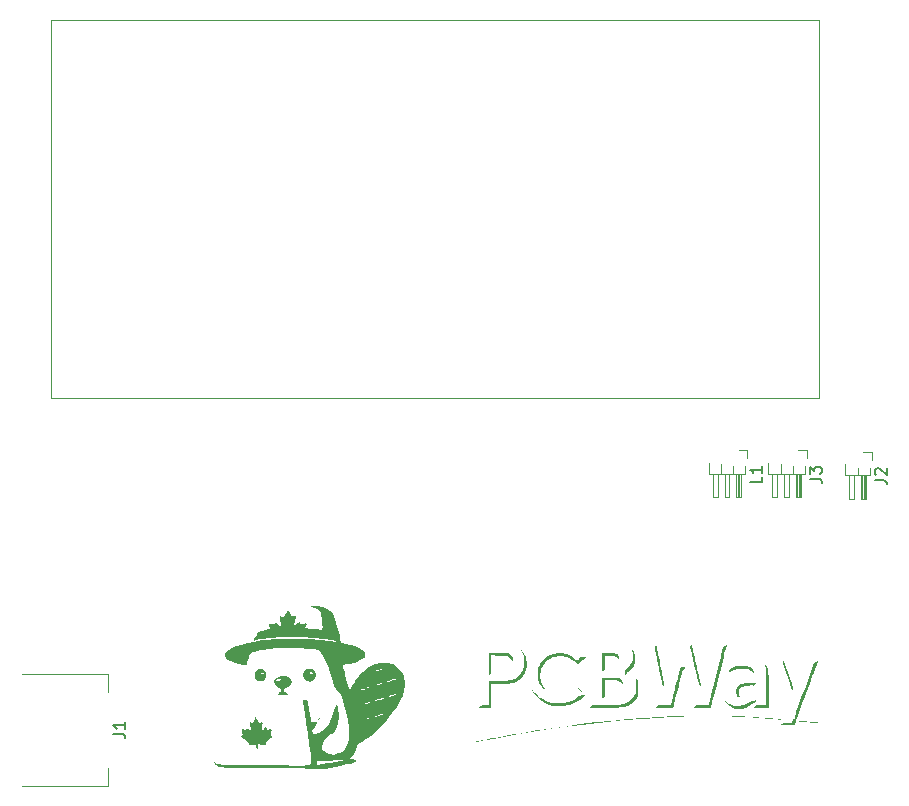
<source format=gbr>
%TF.GenerationSoftware,KiCad,Pcbnew,8.0.6-8.0.6-0~ubuntu22.04.1*%
%TF.CreationDate,2024-12-08T13:20:39-05:00*%
%TF.ProjectId,badge,62616467-652e-46b6-9963-61645f706362,rev?*%
%TF.SameCoordinates,Original*%
%TF.FileFunction,Legend,Top*%
%TF.FilePolarity,Positive*%
%FSLAX46Y46*%
G04 Gerber Fmt 4.6, Leading zero omitted, Abs format (unit mm)*
G04 Created by KiCad (PCBNEW 8.0.6-8.0.6-0~ubuntu22.04.1) date 2024-12-08 13:20:39*
%MOMM*%
%LPD*%
G01*
G04 APERTURE LIST*
%ADD10C,0.100000*%
%ADD11C,0.150000*%
%ADD12C,0.120000*%
%ADD13C,0.000000*%
G04 APERTURE END LIST*
D10*
X119000000Y-72500000D02*
X184000000Y-72500000D01*
X184000000Y-104500000D01*
X119000000Y-104500000D01*
X119000000Y-72500000D01*
D11*
X179171219Y-111155266D02*
X179171219Y-111631456D01*
X179171219Y-111631456D02*
X178171219Y-111631456D01*
X179171219Y-110298123D02*
X179171219Y-110869551D01*
X179171219Y-110583837D02*
X178171219Y-110583837D01*
X178171219Y-110583837D02*
X178314076Y-110679075D01*
X178314076Y-110679075D02*
X178409314Y-110774313D01*
X178409314Y-110774313D02*
X178456933Y-110869551D01*
X124261219Y-132946933D02*
X124975504Y-132946933D01*
X124975504Y-132946933D02*
X125118361Y-132994552D01*
X125118361Y-132994552D02*
X125213600Y-133089790D01*
X125213600Y-133089790D02*
X125261219Y-133232647D01*
X125261219Y-133232647D02*
X125261219Y-133327885D01*
X125261219Y-131946933D02*
X125261219Y-132518361D01*
X125261219Y-132232647D02*
X124261219Y-132232647D01*
X124261219Y-132232647D02*
X124404076Y-132327885D01*
X124404076Y-132327885D02*
X124499314Y-132423123D01*
X124499314Y-132423123D02*
X124546933Y-132518361D01*
X183221219Y-111321933D02*
X183935504Y-111321933D01*
X183935504Y-111321933D02*
X184078361Y-111369552D01*
X184078361Y-111369552D02*
X184173600Y-111464790D01*
X184173600Y-111464790D02*
X184221219Y-111607647D01*
X184221219Y-111607647D02*
X184221219Y-111702885D01*
X183221219Y-110940980D02*
X183221219Y-110321933D01*
X183221219Y-110321933D02*
X183602171Y-110655266D01*
X183602171Y-110655266D02*
X183602171Y-110512409D01*
X183602171Y-110512409D02*
X183649790Y-110417171D01*
X183649790Y-110417171D02*
X183697409Y-110369552D01*
X183697409Y-110369552D02*
X183792647Y-110321933D01*
X183792647Y-110321933D02*
X184030742Y-110321933D01*
X184030742Y-110321933D02*
X184125980Y-110369552D01*
X184125980Y-110369552D02*
X184173600Y-110417171D01*
X184173600Y-110417171D02*
X184221219Y-110512409D01*
X184221219Y-110512409D02*
X184221219Y-110798123D01*
X184221219Y-110798123D02*
X184173600Y-110893361D01*
X184173600Y-110893361D02*
X184125980Y-110940980D01*
X188721219Y-111446933D02*
X189435504Y-111446933D01*
X189435504Y-111446933D02*
X189578361Y-111494552D01*
X189578361Y-111494552D02*
X189673600Y-111589790D01*
X189673600Y-111589790D02*
X189721219Y-111732647D01*
X189721219Y-111732647D02*
X189721219Y-111827885D01*
X188816457Y-111018361D02*
X188768838Y-110970742D01*
X188768838Y-110970742D02*
X188721219Y-110875504D01*
X188721219Y-110875504D02*
X188721219Y-110637409D01*
X188721219Y-110637409D02*
X188768838Y-110542171D01*
X188768838Y-110542171D02*
X188816457Y-110494552D01*
X188816457Y-110494552D02*
X188911695Y-110446933D01*
X188911695Y-110446933D02*
X189006933Y-110446933D01*
X189006933Y-110446933D02*
X189149790Y-110494552D01*
X189149790Y-110494552D02*
X189721219Y-111065980D01*
X189721219Y-111065980D02*
X189721219Y-110446933D01*
D12*
%TO.C,L1*%
X174656400Y-110923600D02*
X174656400Y-110008093D01*
X175006400Y-112923600D02*
X175006400Y-110923600D01*
X175426400Y-110923600D02*
X175426400Y-112923600D01*
X175426400Y-112923600D02*
X175006400Y-112923600D01*
X175716400Y-110081815D02*
X175716400Y-110923600D01*
X176006400Y-112923600D02*
X176006400Y-110923600D01*
X176426400Y-110923600D02*
X176426400Y-112923600D01*
X176426400Y-112923600D02*
X176006400Y-112923600D01*
X176716400Y-110298600D02*
X176716400Y-110923600D01*
X177006400Y-112923600D02*
X177006400Y-110923600D01*
X177126400Y-110923600D02*
X177126400Y-112923600D01*
X177216400Y-108928600D02*
X177901400Y-108928600D01*
X177246400Y-110923600D02*
X177246400Y-112923600D01*
X177366400Y-110923600D02*
X177366400Y-112923600D01*
X177426400Y-110923600D02*
X177426400Y-112923600D01*
X177426400Y-112923600D02*
X177006400Y-112923600D01*
X177776400Y-110298600D02*
X177776400Y-110923600D01*
X177776400Y-110923600D02*
X174656400Y-110923600D01*
X177901400Y-108928600D02*
X177901400Y-109613600D01*
D13*
%TO.C,G\u002A\u002A\u002A*%
G36*
X141834647Y-131439901D02*
G01*
X141813793Y-131460755D01*
X141792939Y-131439901D01*
X141813793Y-131419047D01*
X141834647Y-131439901D01*
G37*
G36*
X136806505Y-127434343D02*
G01*
X136894014Y-127470094D01*
X137049687Y-127584864D01*
X137152161Y-127742931D01*
X137199713Y-127924866D01*
X137190618Y-128111240D01*
X137123150Y-128282625D01*
X136995585Y-128419591D01*
X136979297Y-128430752D01*
X136867570Y-128476182D01*
X136728636Y-128498908D01*
X136705452Y-128499507D01*
X136573634Y-128483465D01*
X136460264Y-128423928D01*
X136387068Y-128362524D01*
X136265479Y-128202304D01*
X136211766Y-128021056D01*
X136222105Y-127836808D01*
X136237038Y-127800998D01*
X136799365Y-127800998D01*
X136829406Y-127852659D01*
X136903782Y-127901718D01*
X136965672Y-127875112D01*
X136989207Y-127818174D01*
X136969896Y-127749988D01*
X136905410Y-127715552D01*
X136832200Y-127731424D01*
X136820343Y-127741462D01*
X136799365Y-127800998D01*
X136237038Y-127800998D01*
X136292673Y-127667588D01*
X136419645Y-127531422D01*
X136580277Y-127451646D01*
X136706622Y-127423501D01*
X136806505Y-127434343D01*
G37*
G36*
X141047578Y-127450143D02*
G01*
X141219932Y-127546312D01*
X141340534Y-127691619D01*
X141357518Y-127727488D01*
X141409571Y-127898048D01*
X141403150Y-128047996D01*
X141349866Y-128191644D01*
X141229316Y-128363307D01*
X141067707Y-128474761D01*
X140881775Y-128517772D01*
X140727826Y-128497684D01*
X140616137Y-128442361D01*
X140500023Y-128353135D01*
X140477579Y-128331041D01*
X140406415Y-128246189D01*
X140369220Y-128161373D01*
X140355442Y-128044172D01*
X140354023Y-127951363D01*
X140357913Y-127806879D01*
X140359106Y-127801359D01*
X140927781Y-127801359D01*
X140955260Y-127848791D01*
X141025819Y-127888791D01*
X141094560Y-127871446D01*
X141125615Y-127805859D01*
X141125615Y-127805559D01*
X141092411Y-127740979D01*
X141019843Y-127715008D01*
X140949407Y-127741462D01*
X140927781Y-127801359D01*
X140359106Y-127801359D01*
X140378134Y-127713349D01*
X140427508Y-127638388D01*
X140509814Y-127557879D01*
X140627209Y-127465141D01*
X140735449Y-127423347D01*
X140843476Y-127415262D01*
X141047578Y-127450143D01*
G37*
G36*
X138891724Y-128074181D02*
G01*
X139041161Y-128111383D01*
X139114397Y-128140209D01*
X139252263Y-128249867D01*
X139337541Y-128397019D01*
X139357055Y-128556792D01*
X139351827Y-128588432D01*
X139286979Y-128727467D01*
X139166251Y-128866539D01*
X139013875Y-128982430D01*
X138873804Y-129046514D01*
X138764598Y-129088233D01*
X138716197Y-129139187D01*
X138706568Y-129205294D01*
X138728825Y-129292317D01*
X138806409Y-129372042D01*
X138873399Y-129417077D01*
X138990955Y-129507562D01*
X139039420Y-129585388D01*
X139017750Y-129641475D01*
X138924896Y-129666745D01*
X138902224Y-129667323D01*
X138780024Y-129649826D01*
X138684360Y-129608929D01*
X138611233Y-129571804D01*
X138542192Y-129594795D01*
X138521131Y-129608929D01*
X138417346Y-129653386D01*
X138301634Y-129665287D01*
X138208744Y-129643632D01*
X138180955Y-129618712D01*
X138192602Y-129568839D01*
X138249214Y-129496500D01*
X138326569Y-129425823D01*
X138400444Y-129380938D01*
X138425041Y-129375576D01*
X138445827Y-129338950D01*
X138454482Y-129250024D01*
X138454428Y-129239819D01*
X138445087Y-129157948D01*
X138407408Y-129099253D01*
X138322701Y-129043084D01*
X138237401Y-129000000D01*
X138035831Y-128872754D01*
X137909514Y-128730287D01*
X137853844Y-128581481D01*
X137864217Y-128435215D01*
X137896001Y-128375529D01*
X138045456Y-128375529D01*
X138080323Y-128425658D01*
X138101192Y-128441654D01*
X138214781Y-128477565D01*
X138340694Y-128444508D01*
X138409122Y-128394764D01*
X138444029Y-128328904D01*
X138437941Y-128294971D01*
X138373418Y-128258531D01*
X138267892Y-128250923D01*
X138157809Y-128269988D01*
X138079612Y-128313568D01*
X138077206Y-128316336D01*
X138045456Y-128375529D01*
X137896001Y-128375529D01*
X137936026Y-128300369D01*
X138064667Y-128185825D01*
X138245535Y-128100463D01*
X138474024Y-128053163D01*
X138729306Y-128051436D01*
X138891724Y-128074181D01*
G37*
G36*
X136346138Y-131578564D02*
G01*
X136409233Y-131667834D01*
X136471740Y-131777193D01*
X136541830Y-131905250D01*
X136598529Y-131971878D01*
X136666939Y-131989653D01*
X136772160Y-131971147D01*
X136829721Y-131956522D01*
X136869973Y-131971618D01*
X136889082Y-132047336D01*
X136887373Y-132189932D01*
X136865168Y-132405659D01*
X136856395Y-132472167D01*
X136844279Y-132600064D01*
X136846249Y-132686678D01*
X136858000Y-132711001D01*
X136900519Y-132679602D01*
X136971154Y-132600547D01*
X137017050Y-132541416D01*
X137141819Y-132372818D01*
X137230784Y-132484390D01*
X137298112Y-132554860D01*
X137369259Y-132579054D01*
X137481210Y-132568662D01*
X137491812Y-132566894D01*
X137599805Y-132554358D01*
X137653148Y-132573416D01*
X137660495Y-132639013D01*
X137630504Y-132766094D01*
X137622822Y-132793117D01*
X137602406Y-132907104D01*
X137626346Y-132983033D01*
X137643676Y-133004665D01*
X137693849Y-133080347D01*
X137705583Y-133121733D01*
X137675166Y-133168271D01*
X137593834Y-133251426D01*
X137476461Y-133356538D01*
X137417224Y-133405971D01*
X137279328Y-133521187D01*
X137195746Y-133601566D01*
X137154789Y-133663274D01*
X137144766Y-133722480D01*
X137150494Y-133774834D01*
X137172124Y-133908122D01*
X136852068Y-133857913D01*
X136532012Y-133807705D01*
X136545316Y-133998997D01*
X136546726Y-134124342D01*
X136525178Y-134186916D01*
X136494025Y-134203318D01*
X136419974Y-134198741D01*
X136400183Y-134187101D01*
X136381224Y-134129758D01*
X136371342Y-134024930D01*
X136370936Y-133997975D01*
X136365838Y-133894164D01*
X136336716Y-133849620D01*
X136262828Y-133840256D01*
X136235386Y-133840581D01*
X136108882Y-133849175D01*
X135953458Y-133867763D01*
X135899234Y-133876055D01*
X135698633Y-133909042D01*
X135711238Y-133788876D01*
X135707941Y-133715913D01*
X135672560Y-133645745D01*
X135592222Y-133559689D01*
X135492841Y-133471875D01*
X135361939Y-133362455D01*
X135241851Y-133265681D01*
X135159491Y-133203178D01*
X135091039Y-133149912D01*
X135086946Y-133113564D01*
X135138670Y-133067213D01*
X135186630Y-133019503D01*
X135200008Y-132961323D01*
X135182448Y-132863321D01*
X135169951Y-132815242D01*
X135133054Y-132668129D01*
X135126588Y-132585881D01*
X135158679Y-132552988D01*
X135237453Y-132553937D01*
X135302065Y-132563031D01*
X135417516Y-132575423D01*
X135476388Y-132562348D01*
X135503448Y-132516806D01*
X135506699Y-132505205D01*
X135543255Y-132433794D01*
X135600305Y-132435287D01*
X135683161Y-132511147D01*
X135727294Y-132566010D01*
X135816503Y-132662929D01*
X135890588Y-132709210D01*
X135936457Y-132701585D01*
X135941013Y-132636786D01*
X135936246Y-132618144D01*
X135897413Y-132470733D01*
X135861102Y-132309005D01*
X135831531Y-132155373D01*
X135812921Y-132032249D01*
X135809492Y-131962046D01*
X135811471Y-131955440D01*
X135860182Y-131944964D01*
X135943668Y-131965302D01*
X136035382Y-131980319D01*
X136106662Y-131938890D01*
X136167379Y-131831306D01*
X136211916Y-131701375D01*
X136252248Y-131601578D01*
X136294416Y-131547473D01*
X136304549Y-131544270D01*
X136346138Y-131578564D01*
G37*
G36*
X141104762Y-122094617D02*
G01*
X141579372Y-122133755D01*
X141996976Y-122220057D01*
X142353343Y-122352146D01*
X142644238Y-122528640D01*
X142767273Y-122636556D01*
X142853169Y-122752118D01*
X142942053Y-122931547D01*
X143035019Y-123178255D01*
X143133162Y-123495654D01*
X143237577Y-123887156D01*
X143349357Y-124356173D01*
X143418388Y-124666874D01*
X143457633Y-124847146D01*
X143491987Y-125004295D01*
X143516360Y-125115065D01*
X143523320Y-125146265D01*
X143547146Y-125193373D01*
X143604906Y-125231150D01*
X143712770Y-125266749D01*
X143886907Y-125307322D01*
X143887991Y-125307553D01*
X144339332Y-125417367D01*
X144725387Y-125539246D01*
X145043709Y-125671384D01*
X145291850Y-125811981D01*
X145467364Y-125959232D01*
X145567801Y-126111335D01*
X145590715Y-126266486D01*
X145533659Y-126422882D01*
X145487451Y-126485914D01*
X145354347Y-126599305D01*
X145152952Y-126712485D01*
X144898227Y-126820004D01*
X144605132Y-126916413D01*
X144288628Y-126996264D01*
X143963674Y-127054106D01*
X143907107Y-127061552D01*
X143770726Y-127082506D01*
X143702169Y-127106425D01*
X143685945Y-127140337D01*
X143691125Y-127159551D01*
X143709365Y-127221281D01*
X143743173Y-127349166D01*
X143788724Y-127528230D01*
X143842194Y-127743498D01*
X143884199Y-127915599D01*
X143974120Y-128277443D01*
X144055905Y-128588041D01*
X144127628Y-128840796D01*
X144187361Y-129029108D01*
X144233179Y-129146382D01*
X144253466Y-129180209D01*
X144285830Y-129162140D01*
X144345609Y-129084593D01*
X144422079Y-128962281D01*
X144444867Y-128921919D01*
X146130542Y-128921919D01*
X146131802Y-128938497D01*
X146143226Y-128946963D01*
X146176278Y-128944467D01*
X146242422Y-128928162D01*
X146353124Y-128895198D01*
X146519847Y-128842728D01*
X146754056Y-128767903D01*
X146766584Y-128763895D01*
X146945073Y-128703663D01*
X147089856Y-128648852D01*
X147184979Y-128605904D01*
X147214942Y-128582829D01*
X147179775Y-128571253D01*
X147090787Y-128585249D01*
X147037684Y-128599899D01*
X146914943Y-128637779D01*
X146743588Y-128690670D01*
X146554709Y-128748975D01*
X146495484Y-128767259D01*
X146335515Y-128820921D01*
X146211198Y-128870762D01*
X146140349Y-128909231D01*
X146130542Y-128921919D01*
X144444867Y-128921919D01*
X144455626Y-128902864D01*
X144682844Y-128534853D01*
X147430934Y-128534853D01*
X147482854Y-128536866D01*
X147604984Y-128508656D01*
X147800129Y-128449670D01*
X147923870Y-128409159D01*
X148083817Y-128352799D01*
X148202570Y-128304949D01*
X148266017Y-128271692D01*
X148269553Y-128260204D01*
X148208212Y-128264414D01*
X148090701Y-128289822D01*
X147939485Y-128329797D01*
X147777029Y-128377706D01*
X147625799Y-128426920D01*
X147508261Y-128470806D01*
X147446881Y-128502734D01*
X147446420Y-128503167D01*
X147430934Y-128534853D01*
X144682844Y-128534853D01*
X144730705Y-128457336D01*
X145041583Y-128052711D01*
X145350414Y-127727914D01*
X146172249Y-127727914D01*
X146193103Y-127748768D01*
X146213957Y-127727914D01*
X146193103Y-127707060D01*
X146172249Y-127727914D01*
X145350414Y-127727914D01*
X145379204Y-127697636D01*
X145392883Y-127686207D01*
X146255665Y-127686207D01*
X146276519Y-127707060D01*
X146297372Y-127686207D01*
X146276519Y-127665353D01*
X146255665Y-127686207D01*
X145392883Y-127686207D01*
X145422628Y-127661354D01*
X146356517Y-127661354D01*
X146367646Y-127663078D01*
X146439801Y-127650238D01*
X146534477Y-127618695D01*
X146645891Y-127579820D01*
X146792658Y-127535159D01*
X146860427Y-127516363D01*
X147068965Y-127460689D01*
X146881281Y-127484734D01*
X146779384Y-127504255D01*
X146658229Y-127536434D01*
X146536591Y-127574752D01*
X146433243Y-127612691D01*
X146366960Y-127643731D01*
X146356517Y-127661354D01*
X145422628Y-127661354D01*
X145734516Y-127400758D01*
X146098464Y-127170726D01*
X146414553Y-127031884D01*
X146558378Y-126987501D01*
X146698216Y-126958805D01*
X146858994Y-126942714D01*
X147065641Y-126936145D01*
X147194088Y-126935468D01*
X147410712Y-126936738D01*
X147566512Y-126943100D01*
X147684074Y-126958379D01*
X147785978Y-126986400D01*
X147894810Y-127030991D01*
X147973172Y-127067453D01*
X148302587Y-127265368D01*
X148567233Y-127514767D01*
X148765410Y-127812536D01*
X148895415Y-128155562D01*
X148955547Y-128540733D01*
X148953402Y-128860683D01*
X148886789Y-129278232D01*
X148744450Y-129724011D01*
X148528022Y-130195051D01*
X148239140Y-130688385D01*
X147879442Y-131201043D01*
X147450563Y-131730059D01*
X147241626Y-131965852D01*
X146826426Y-132404065D01*
X146432238Y-132779324D01*
X146044434Y-133104090D01*
X145648386Y-133390828D01*
X145337294Y-133588330D01*
X144989715Y-133797231D01*
X144897412Y-134088359D01*
X144743895Y-134456573D01*
X144535527Y-134773618D01*
X144399261Y-134922496D01*
X144248209Y-135068473D01*
X144511625Y-135089326D01*
X144658340Y-135104729D01*
X144740609Y-135126412D01*
X144777393Y-135161590D01*
X144785707Y-135193596D01*
X144776688Y-135292443D01*
X144758328Y-135335721D01*
X144704252Y-135362297D01*
X144569751Y-135401022D01*
X144356856Y-135451433D01*
X144067596Y-135513070D01*
X143704004Y-135585468D01*
X143433869Y-135637118D01*
X142147455Y-135879806D01*
X140666831Y-135873843D01*
X140355894Y-135872271D01*
X139973956Y-135869810D01*
X139533426Y-135866568D01*
X139046714Y-135862652D01*
X138526227Y-135858168D01*
X137984375Y-135853223D01*
X137433566Y-135847924D01*
X136886209Y-135842379D01*
X136354714Y-135836694D01*
X136352175Y-135836666D01*
X135870304Y-135831022D01*
X135410662Y-135824989D01*
X134980422Y-135818700D01*
X134586754Y-135812293D01*
X134236830Y-135805901D01*
X133937820Y-135799661D01*
X133696898Y-135793709D01*
X133521232Y-135788178D01*
X133417995Y-135783205D01*
X133395065Y-135780835D01*
X133179158Y-135710171D01*
X132990001Y-135597192D01*
X132852811Y-135457897D01*
X132830680Y-135422791D01*
X132767314Y-135301421D01*
X132745809Y-135239932D01*
X132766212Y-135242372D01*
X132828567Y-135312790D01*
X132829462Y-135313928D01*
X132861473Y-135356162D01*
X132890385Y-135393379D01*
X132921390Y-135425945D01*
X132959678Y-135454224D01*
X133010442Y-135478581D01*
X133078872Y-135499382D01*
X133170159Y-135516990D01*
X133289495Y-135531772D01*
X133442071Y-135544091D01*
X133633077Y-135554314D01*
X133867705Y-135562804D01*
X134151146Y-135569926D01*
X134488592Y-135576046D01*
X134885233Y-135581529D01*
X135346260Y-135586739D01*
X135876865Y-135592041D01*
X136482239Y-135597800D01*
X136928302Y-135602058D01*
X137482160Y-135607118D01*
X138013479Y-135611426D01*
X138516160Y-135614966D01*
X138984105Y-135617719D01*
X139411218Y-135619667D01*
X139791400Y-135620792D01*
X140118553Y-135621076D01*
X140386581Y-135620500D01*
X140589385Y-135619047D01*
X140720867Y-135616698D01*
X140774685Y-135613500D01*
X140919240Y-135537925D01*
X141007251Y-135409818D01*
X141500985Y-135409818D01*
X141502071Y-135465104D01*
X141512018Y-135505428D01*
X141540855Y-135530951D01*
X141598612Y-135541834D01*
X141695322Y-135538238D01*
X141841014Y-135520323D01*
X142045718Y-135488250D01*
X142319466Y-135442180D01*
X142422773Y-135424595D01*
X142683690Y-135379524D01*
X142938922Y-135334257D01*
X143167556Y-135292587D01*
X143348680Y-135258305D01*
X143432318Y-135241510D01*
X143580350Y-135206752D01*
X143688252Y-135174699D01*
X143746948Y-135149772D01*
X143747360Y-135136390D01*
X143680412Y-135138975D01*
X143628079Y-135146184D01*
X143545493Y-135154739D01*
X143393384Y-135166428D01*
X143185549Y-135180351D01*
X142935782Y-135195613D01*
X142657878Y-135211314D01*
X142491543Y-135220149D01*
X141500985Y-135271524D01*
X141500985Y-135409818D01*
X141007251Y-135409818D01*
X141011342Y-135403863D01*
X141035083Y-135271524D01*
X141042200Y-135231855D01*
X141035837Y-135130782D01*
X141018271Y-134965977D01*
X140991786Y-134756025D01*
X140958665Y-134519512D01*
X140936820Y-134374284D01*
X140905596Y-134169921D01*
X140864579Y-133898036D01*
X140816006Y-133573648D01*
X140762116Y-133211779D01*
X140705146Y-132827449D01*
X140647334Y-132435679D01*
X140602141Y-132128079D01*
X140548489Y-131767347D01*
X140496099Y-131424889D01*
X140446706Y-131111342D01*
X140402048Y-130837346D01*
X140363857Y-130613540D01*
X140333872Y-130450562D01*
X140313826Y-130359052D01*
X140313188Y-130356794D01*
X140281232Y-130213596D01*
X140292795Y-130130561D01*
X140355094Y-130092751D01*
X140444454Y-130085039D01*
X140546204Y-130074401D01*
X140593429Y-130061935D01*
X140624658Y-130056345D01*
X140652998Y-130069854D01*
X140680118Y-130109625D01*
X140707690Y-130182819D01*
X140737384Y-130296599D01*
X140770869Y-130458128D01*
X140809817Y-130674568D01*
X140855897Y-130953080D01*
X140910779Y-131300828D01*
X140966324Y-131660930D01*
X140993296Y-131817924D01*
X141017993Y-131906115D01*
X141046297Y-131939713D01*
X141079734Y-131935013D01*
X141201410Y-131907847D01*
X141356569Y-131909128D01*
X141437076Y-131921968D01*
X141497977Y-131914594D01*
X141559371Y-131854082D01*
X141626251Y-131744267D01*
X141707420Y-131600887D01*
X141753757Y-131529516D01*
X141765430Y-131526445D01*
X141742608Y-131587964D01*
X141685456Y-131710365D01*
X141622106Y-131836125D01*
X141517972Y-132024023D01*
X141401459Y-132212508D01*
X141293246Y-132368657D01*
X141264471Y-132405531D01*
X141169390Y-132536849D01*
X141113965Y-132644058D01*
X141105089Y-132697485D01*
X141136813Y-132852870D01*
X141161626Y-132942555D01*
X141190748Y-132982259D01*
X141235401Y-132987703D01*
X141303381Y-132975274D01*
X141637208Y-132868266D01*
X141948386Y-132684751D01*
X142233232Y-132429454D01*
X142488065Y-132107100D01*
X142709202Y-131722411D01*
X142892960Y-131280113D01*
X143035658Y-130784929D01*
X143045991Y-130739590D01*
X143085478Y-130594745D01*
X143125088Y-130522493D01*
X143162886Y-130510198D01*
X143207721Y-130538618D01*
X143245426Y-130611622D01*
X143278781Y-130739345D01*
X143310568Y-130931919D01*
X143337579Y-131146759D01*
X143357277Y-131587602D01*
X143308455Y-131984373D01*
X143189997Y-132342136D01*
X143004298Y-132661126D01*
X142876816Y-132837110D01*
X143075190Y-132842196D01*
X143273563Y-132847282D01*
X143034859Y-132882264D01*
X142703603Y-132959292D01*
X142436880Y-133086641D01*
X142229172Y-133269348D01*
X142074962Y-133512447D01*
X141968731Y-133820972D01*
X141958572Y-133864293D01*
X141931890Y-134049145D01*
X141954403Y-134192877D01*
X142035222Y-134325069D01*
X142131870Y-134427066D01*
X142357400Y-134591371D01*
X142615492Y-134680677D01*
X142909427Y-134695867D01*
X143063837Y-134677153D01*
X143363564Y-134598259D01*
X143607121Y-134468634D01*
X143810956Y-134278594D01*
X143872063Y-134201304D01*
X143995173Y-134021233D01*
X144082730Y-133853308D01*
X144141344Y-133675516D01*
X144177627Y-133465840D01*
X144198188Y-133202267D01*
X144202621Y-133100460D01*
X144191670Y-132435556D01*
X144110236Y-131727745D01*
X144104507Y-131699443D01*
X145626391Y-131699443D01*
X145673771Y-131708557D01*
X145770319Y-131696555D01*
X145859363Y-131674247D01*
X145983246Y-131632258D01*
X146066543Y-131593467D01*
X146088756Y-131572137D01*
X146053289Y-131557565D01*
X145962467Y-131566190D01*
X145839840Y-131594157D01*
X145723891Y-131631867D01*
X145639367Y-131672713D01*
X145626391Y-131699443D01*
X144104507Y-131699443D01*
X144064219Y-131500425D01*
X146339080Y-131500425D01*
X146374497Y-131508384D01*
X146467227Y-131492121D01*
X146596993Y-131458036D01*
X146743515Y-131412524D01*
X146886515Y-131361984D01*
X147005714Y-131312813D01*
X147080832Y-131271410D01*
X147089819Y-131263579D01*
X147122746Y-131221818D01*
X147110673Y-131220543D01*
X147054256Y-131241685D01*
X146938397Y-131279915D01*
X146783614Y-131328556D01*
X146704023Y-131352882D01*
X146544002Y-131405127D01*
X146419665Y-131452895D01*
X146348847Y-131488976D01*
X146339080Y-131500425D01*
X144064219Y-131500425D01*
X143958540Y-130978383D01*
X143814600Y-130465846D01*
X145296387Y-130465846D01*
X145307228Y-130491553D01*
X145348719Y-130497611D01*
X145434316Y-130482055D01*
X145577475Y-130442925D01*
X145695541Y-130407635D01*
X145860081Y-130352417D01*
X145967507Y-130305407D01*
X146010932Y-130270788D01*
X145983470Y-130252741D01*
X145953284Y-130251099D01*
X145875301Y-130262935D01*
X145754780Y-130293728D01*
X145614497Y-130336032D01*
X145477230Y-130382400D01*
X145365755Y-130425387D01*
X145302850Y-130457547D01*
X145296387Y-130465846D01*
X143814600Y-130465846D01*
X143739370Y-130197970D01*
X146225494Y-130197970D01*
X146260486Y-130201159D01*
X146347403Y-130183916D01*
X146493859Y-130144516D01*
X146707472Y-130081234D01*
X146860427Y-130034364D01*
X147058695Y-129972671D01*
X147189414Y-129929998D01*
X147264868Y-129901190D01*
X147297345Y-129881091D01*
X147299129Y-129864546D01*
X147290353Y-129853954D01*
X147243379Y-129856051D01*
X147135974Y-129879863D01*
X146986522Y-129919782D01*
X146813403Y-129970196D01*
X146635001Y-130025498D01*
X146469698Y-130080077D01*
X146335876Y-130128323D01*
X146251918Y-130164626D01*
X146234811Y-130176074D01*
X146225494Y-130197970D01*
X143739370Y-130197970D01*
X143736802Y-130188827D01*
X143723445Y-130146962D01*
X143598760Y-129802154D01*
X143589702Y-129783357D01*
X147558585Y-129783357D01*
X147584726Y-129798542D01*
X147682892Y-129778857D01*
X147849770Y-129725236D01*
X148082044Y-129638613D01*
X148107016Y-129628848D01*
X148198409Y-129588169D01*
X148217716Y-129568091D01*
X148173566Y-129568158D01*
X148074587Y-129587917D01*
X147929408Y-129626910D01*
X147883504Y-129640647D01*
X147734691Y-129691356D01*
X147620529Y-129740164D01*
X147561837Y-129777927D01*
X147558585Y-129783357D01*
X143589702Y-129783357D01*
X143464357Y-129523229D01*
X143310457Y-129292656D01*
X143301233Y-129282466D01*
X145056255Y-129282466D01*
X145085860Y-129288246D01*
X145174497Y-129271406D01*
X145302822Y-129237889D01*
X145451495Y-129193637D01*
X145601174Y-129144594D01*
X145732517Y-129096701D01*
X145826182Y-129055903D01*
X145857356Y-129036320D01*
X145871380Y-129004723D01*
X145810229Y-129005350D01*
X145675537Y-129037896D01*
X145468940Y-129102055D01*
X145422114Y-129117652D01*
X145263851Y-129175281D01*
X145138951Y-129229142D01*
X145066504Y-129270636D01*
X145056255Y-129282466D01*
X143301233Y-129282466D01*
X143144970Y-129109833D01*
X142912762Y-128884922D01*
X142753040Y-128242196D01*
X142625735Y-127762328D01*
X142497418Y-127349290D01*
X142361738Y-126986668D01*
X142212342Y-126658047D01*
X142042881Y-126347014D01*
X141978737Y-126241016D01*
X141857158Y-126058384D01*
X141749100Y-125936413D01*
X141633991Y-125859632D01*
X141491258Y-125812572D01*
X141381288Y-125791762D01*
X141049561Y-125749127D01*
X140651963Y-125715311D01*
X140205599Y-125690589D01*
X139727576Y-125675236D01*
X139234998Y-125669527D01*
X138744970Y-125673734D01*
X138274600Y-125688134D01*
X137840991Y-125713000D01*
X137622167Y-125731449D01*
X137288782Y-125767305D01*
X136993676Y-125808858D01*
X136703586Y-125861857D01*
X136385250Y-125932049D01*
X136192325Y-125978527D01*
X136065458Y-126012591D01*
X135969664Y-126051688D01*
X135895509Y-126108611D01*
X135833559Y-126196150D01*
X135774380Y-126327095D01*
X135708538Y-126514237D01*
X135640324Y-126726929D01*
X135584216Y-126905713D01*
X135537952Y-127027758D01*
X135485919Y-127100017D01*
X135412502Y-127129444D01*
X135302087Y-127122994D01*
X135139062Y-127087620D01*
X134940951Y-127038399D01*
X134551159Y-126926642D01*
X134233089Y-126801898D01*
X133988538Y-126665934D01*
X133819304Y-126520512D01*
X133727186Y-126367399D01*
X133713980Y-126208360D01*
X133781485Y-126045158D01*
X133845584Y-125963081D01*
X134033329Y-125804745D01*
X134302695Y-125654253D01*
X134652211Y-125512092D01*
X135080408Y-125378745D01*
X135585816Y-125254698D01*
X136166966Y-125140434D01*
X136516913Y-125082161D01*
X136851171Y-125032028D01*
X137160420Y-124991505D01*
X137459610Y-124959653D01*
X137763694Y-124935532D01*
X138087624Y-124918202D01*
X138446353Y-124906726D01*
X138854831Y-124900163D01*
X139328013Y-124897573D01*
X139457307Y-124897437D01*
X140063697Y-124900780D01*
X140603614Y-124911963D01*
X141093721Y-124932018D01*
X141550684Y-124961978D01*
X141991166Y-125002878D01*
X142431832Y-125055750D01*
X142762369Y-125102375D01*
X142968395Y-125132890D01*
X143102998Y-125151437D01*
X143177284Y-125158169D01*
X143202360Y-125153236D01*
X143189332Y-125136790D01*
X143149306Y-125108984D01*
X143147293Y-125107632D01*
X143028825Y-125055649D01*
X142835270Y-125005195D01*
X142574953Y-124957038D01*
X142256199Y-124911947D01*
X141887332Y-124870690D01*
X141476679Y-124834037D01*
X141032562Y-124802755D01*
X140563309Y-124777614D01*
X140077242Y-124759381D01*
X139582689Y-124748827D01*
X139235133Y-124746418D01*
X138728708Y-124752645D01*
X138235299Y-124771313D01*
X137765420Y-124801337D01*
X137329587Y-124841631D01*
X136938315Y-124891110D01*
X136602119Y-124948689D01*
X136331514Y-125013284D01*
X136190383Y-125060642D01*
X136163045Y-125058862D01*
X136167044Y-125014062D01*
X136205377Y-124917090D01*
X136281038Y-124758790D01*
X136304529Y-124711761D01*
X136494957Y-124332596D01*
X136797889Y-124244997D01*
X136961073Y-124197687D01*
X137105288Y-124155662D01*
X137200977Y-124127536D01*
X137205090Y-124126312D01*
X137325001Y-124104287D01*
X137403202Y-124102016D01*
X137476473Y-124076647D01*
X137498859Y-123989929D01*
X137469439Y-123847311D01*
X137453786Y-123803312D01*
X137430986Y-123699311D01*
X137465456Y-123644111D01*
X137563479Y-123633577D01*
X137682701Y-123652545D01*
X137802239Y-123674295D01*
X137870459Y-123668217D01*
X137917008Y-123626551D01*
X137945269Y-123583807D01*
X137998625Y-123500027D01*
X138030560Y-123452917D01*
X138030595Y-123452873D01*
X138063868Y-123470974D01*
X138135075Y-123538500D01*
X138228024Y-123639961D01*
X138323532Y-123740796D01*
X138399497Y-123804590D01*
X138439201Y-123817558D01*
X138444939Y-123766029D01*
X138435645Y-123652180D01*
X138413329Y-123495350D01*
X138394667Y-123389405D01*
X138365185Y-123216675D01*
X138346857Y-123075982D01*
X138341866Y-122986433D01*
X138346170Y-122965214D01*
X138398963Y-122961326D01*
X138478962Y-122987313D01*
X138575587Y-123023401D01*
X138648546Y-123021268D01*
X138713429Y-122970674D01*
X138785827Y-122861380D01*
X138849653Y-122743842D01*
X138924971Y-122607006D01*
X138987860Y-122504563D01*
X139027189Y-122454320D01*
X139032077Y-122452002D01*
X139063727Y-122486387D01*
X139121097Y-122577265D01*
X139192853Y-122706398D01*
X139207060Y-122733529D01*
X139296915Y-122889699D01*
X139370326Y-122982684D01*
X139415599Y-123005828D01*
X139502316Y-122989636D01*
X139592857Y-122969685D01*
X139657614Y-122962247D01*
X139695306Y-122984351D01*
X139706592Y-123047117D01*
X139692133Y-123161667D01*
X139652588Y-123339122D01*
X139622016Y-123461181D01*
X139584435Y-123616400D01*
X139559032Y-123737270D01*
X139549826Y-123803986D01*
X139551058Y-123810773D01*
X139585515Y-123791504D01*
X139661018Y-123726829D01*
X139751291Y-123640477D01*
X139864179Y-123540858D01*
X139963245Y-123475493D01*
X140035011Y-123450155D01*
X140066004Y-123470613D01*
X140058862Y-123508753D01*
X140059793Y-123587463D01*
X140128104Y-123632390D01*
X140253404Y-123639911D01*
X140376243Y-123619376D01*
X140500168Y-123595077D01*
X140588139Y-123587886D01*
X140612808Y-123593487D01*
X140615487Y-123644120D01*
X140594821Y-123745864D01*
X140574113Y-123817152D01*
X140510528Y-124015927D01*
X141028107Y-124045591D01*
X141250470Y-124060461D01*
X141463615Y-124078449D01*
X141642065Y-124097190D01*
X141752729Y-124112886D01*
X141888015Y-124130685D01*
X141953902Y-124120883D01*
X141963944Y-124104076D01*
X141969940Y-123914363D01*
X141961190Y-123676963D01*
X141940239Y-123414924D01*
X141909634Y-123151292D01*
X141871921Y-122909113D01*
X141829648Y-122711433D01*
X141799214Y-122613194D01*
X141705186Y-122475653D01*
X141539865Y-122350446D01*
X141315155Y-122243897D01*
X141042963Y-122162332D01*
X140896223Y-122133461D01*
X140562561Y-122078303D01*
X141104762Y-122094617D01*
G37*
G36*
X160951398Y-129295161D02*
G01*
X160937742Y-129308817D01*
X160924086Y-129295161D01*
X160937742Y-129281505D01*
X160951398Y-129295161D01*
G37*
G36*
X172586237Y-127629139D02*
G01*
X172572581Y-127642795D01*
X172558925Y-127629139D01*
X172572581Y-127615484D01*
X172586237Y-127629139D01*
G37*
G36*
X176027527Y-130032580D02*
G01*
X176013871Y-130046236D01*
X176000215Y-130032580D01*
X176013871Y-130018924D01*
X176027527Y-130032580D01*
G37*
G36*
X180452043Y-128639677D02*
G01*
X180438387Y-128653333D01*
X180424731Y-128639677D01*
X180438387Y-128626021D01*
X180452043Y-128639677D01*
G37*
G36*
X180533979Y-128858172D02*
G01*
X180520323Y-128871828D01*
X180506667Y-128858172D01*
X180520323Y-128844516D01*
X180533979Y-128858172D01*
G37*
G36*
X180615914Y-129076666D02*
G01*
X180602258Y-129090322D01*
X180588602Y-129076666D01*
X180602258Y-129063010D01*
X180615914Y-129076666D01*
G37*
G36*
X180943656Y-129950645D02*
G01*
X180930000Y-129964301D01*
X180916344Y-129950645D01*
X180930000Y-129936989D01*
X180943656Y-129950645D01*
G37*
G36*
X181025591Y-130169139D02*
G01*
X181011936Y-130182795D01*
X180998280Y-130169139D01*
X181011936Y-130155484D01*
X181025591Y-130169139D01*
G37*
G36*
X181107527Y-130387634D02*
G01*
X181093871Y-130401290D01*
X181080215Y-130387634D01*
X181093871Y-130373978D01*
X181107527Y-130387634D01*
G37*
G36*
X184384946Y-131971720D02*
G01*
X184371290Y-131985376D01*
X184357634Y-131971720D01*
X184371290Y-131958064D01*
X184384946Y-131971720D01*
G37*
G36*
X166249893Y-126109393D02*
G01*
X166465582Y-126113810D01*
X166633552Y-126120024D01*
X166760706Y-126129474D01*
X166853947Y-126143602D01*
X166920178Y-126163848D01*
X166966301Y-126191653D01*
X166999221Y-126228457D01*
X167023449Y-126270838D01*
X167046170Y-126341729D01*
X167062704Y-126439047D01*
X167067162Y-126493726D01*
X167073812Y-126641968D01*
X166954148Y-126518842D01*
X166881402Y-126452140D01*
X166804986Y-126402986D01*
X166715142Y-126368884D01*
X166602114Y-126347337D01*
X166456144Y-126335849D01*
X166267476Y-126331925D01*
X166223170Y-126331828D01*
X165865583Y-126331828D01*
X165868618Y-126906920D01*
X165868360Y-127104438D01*
X165865504Y-127269743D01*
X165860277Y-127397133D01*
X165852906Y-127480905D01*
X165844378Y-127514608D01*
X165803135Y-127550103D01*
X165739216Y-127592887D01*
X165732639Y-127596797D01*
X165648176Y-127646390D01*
X165655432Y-126873036D01*
X165662688Y-126099682D01*
X166249893Y-126109393D01*
G37*
G36*
X181028738Y-126745607D02*
G01*
X181058895Y-126816450D01*
X181102900Y-126930829D01*
X181159232Y-127084541D01*
X181226369Y-127273381D01*
X181302789Y-127493144D01*
X181386969Y-127739626D01*
X181450943Y-127929526D01*
X181547044Y-128217110D01*
X181626617Y-128457235D01*
X181690900Y-128654094D01*
X181741130Y-128811882D01*
X181778545Y-128934794D01*
X181804382Y-129027025D01*
X181819879Y-129092768D01*
X181826273Y-129136218D01*
X181824801Y-129161569D01*
X181817634Y-129172469D01*
X181763645Y-129197179D01*
X181728357Y-129181072D01*
X181716827Y-129165430D01*
X181703715Y-129133111D01*
X181675123Y-129054435D01*
X181632932Y-128934838D01*
X181579024Y-128779753D01*
X181515282Y-128594614D01*
X181443588Y-128384857D01*
X181365823Y-128155916D01*
X181309991Y-127990732D01*
X181215799Y-127710564D01*
X181138272Y-127477569D01*
X181076106Y-127287339D01*
X181027995Y-127135464D01*
X180992635Y-127017536D01*
X180968720Y-126929146D01*
X180954946Y-126865883D01*
X180950007Y-126823339D01*
X180952598Y-126797105D01*
X180954938Y-126791168D01*
X180989260Y-126741364D01*
X181013954Y-126722505D01*
X181028738Y-126745607D01*
G37*
G36*
X166590052Y-128176244D02*
G01*
X166786425Y-128180007D01*
X166941020Y-128188402D01*
X167060252Y-128203164D01*
X167150539Y-128226031D01*
X167218296Y-128258740D01*
X167269940Y-128303027D01*
X167311887Y-128360628D01*
X167350554Y-128433281D01*
X167358341Y-128449524D01*
X167381517Y-128515400D01*
X167399530Y-128596400D01*
X167410171Y-128675762D01*
X167411231Y-128736721D01*
X167400499Y-128762516D01*
X167399609Y-128762582D01*
X167377235Y-128743646D01*
X167331598Y-128695009D01*
X167294255Y-128652391D01*
X167154827Y-128527317D01*
X166992896Y-128447597D01*
X166871324Y-128421591D01*
X166803991Y-128416477D01*
X166694550Y-128410401D01*
X166555497Y-128403963D01*
X166399326Y-128397763D01*
X166310491Y-128394666D01*
X165865821Y-128379968D01*
X165868467Y-129064756D01*
X165869135Y-129283304D01*
X165868457Y-129453945D01*
X165865244Y-129583395D01*
X165858307Y-129678370D01*
X165846459Y-129745586D01*
X165828512Y-129791759D01*
X165803276Y-129823605D01*
X165769564Y-129847841D01*
X165726187Y-129871182D01*
X165725744Y-129871411D01*
X165648263Y-129911478D01*
X165655475Y-129043427D01*
X165662688Y-128175376D01*
X166345484Y-128175376D01*
X166590052Y-128176244D01*
G37*
G36*
X168184936Y-125810214D02*
G01*
X168225264Y-125853871D01*
X168339587Y-126019627D01*
X168415657Y-126222392D01*
X168453991Y-126463601D01*
X168455906Y-126492205D01*
X168453817Y-126733069D01*
X168414648Y-126949159D01*
X168334800Y-127158862D01*
X168319172Y-127190744D01*
X168233371Y-127327826D01*
X168118899Y-127464716D01*
X167990919Y-127585693D01*
X167864598Y-127675035D01*
X167838791Y-127688757D01*
X167767906Y-127731689D01*
X167750106Y-127763976D01*
X167754665Y-127771052D01*
X167753917Y-127805377D01*
X167702351Y-127858554D01*
X167686846Y-127870743D01*
X167625696Y-127914922D01*
X167583912Y-127940595D01*
X167576338Y-127943225D01*
X167569112Y-127918084D01*
X167563687Y-127851329D01*
X167560997Y-127755963D01*
X167560860Y-127727326D01*
X167560860Y-127511427D01*
X167676936Y-127441225D01*
X167882585Y-127287168D01*
X168044900Y-127099875D01*
X168164078Y-126879103D01*
X168187510Y-126817644D01*
X168221906Y-126722869D01*
X168251899Y-126645099D01*
X168269544Y-126604282D01*
X168285136Y-126536189D01*
X168287573Y-126429605D01*
X168278788Y-126298536D01*
X168260716Y-126156989D01*
X168235290Y-126018970D01*
X168204444Y-125898486D01*
X168170113Y-125809543D01*
X168156717Y-125787156D01*
X168155950Y-125781459D01*
X168184936Y-125810214D01*
G37*
G36*
X177579456Y-127211298D02*
G01*
X177752245Y-127217104D01*
X177913167Y-127226375D01*
X178050430Y-127238761D01*
X178152241Y-127253918D01*
X178192484Y-127264590D01*
X178284000Y-127310463D01*
X178367723Y-127372901D01*
X178429718Y-127439458D01*
X178456051Y-127497690D01*
X178456179Y-127500074D01*
X178458708Y-127556555D01*
X178463278Y-127638896D01*
X178464755Y-127663281D01*
X178466285Y-127733421D01*
X178461677Y-127773210D01*
X178458280Y-127776783D01*
X178433534Y-127757223D01*
X178383519Y-127709225D01*
X178334452Y-127659134D01*
X178237847Y-127576986D01*
X178121951Y-127516417D01*
X177978547Y-127475164D01*
X177799420Y-127450963D01*
X177576352Y-127441554D01*
X177543333Y-127441298D01*
X177286917Y-127452472D01*
X177040226Y-127490748D01*
X176786447Y-127559667D01*
X176526510Y-127655515D01*
X176435763Y-127690757D01*
X176363723Y-127715686D01*
X176327046Y-127724731D01*
X176327926Y-127704230D01*
X176355299Y-127649462D01*
X176403799Y-127570530D01*
X176428923Y-127532976D01*
X176494254Y-127443001D01*
X176555624Y-127377002D01*
X176624484Y-127328955D01*
X176712290Y-127292833D01*
X176830493Y-127262611D01*
X176990548Y-127232263D01*
X177005482Y-127229653D01*
X177107814Y-127218133D01*
X177245448Y-127211466D01*
X177406593Y-127209303D01*
X177579456Y-127211298D01*
G37*
G36*
X179433557Y-127053500D02*
G01*
X179451863Y-127069247D01*
X179509923Y-127134682D01*
X179570487Y-127223817D01*
X179596530Y-127270506D01*
X179626226Y-127331288D01*
X179651561Y-127391072D01*
X179672881Y-127454582D01*
X179690533Y-127526542D01*
X179704863Y-127611677D01*
X179716218Y-127714712D01*
X179724943Y-127840371D01*
X179731386Y-127993380D01*
X179735893Y-128178461D01*
X179738809Y-128400341D01*
X179740482Y-128663743D01*
X179741257Y-128973392D01*
X179741461Y-129247365D01*
X179741936Y-130729032D01*
X179127419Y-130729032D01*
X178950799Y-130728551D01*
X178794026Y-130727202D01*
X178664808Y-130725129D01*
X178570854Y-130722473D01*
X178519874Y-130719378D01*
X178512903Y-130717671D01*
X178532438Y-130695861D01*
X178582665Y-130651908D01*
X178627736Y-130615252D01*
X178742569Y-130524193D01*
X179139833Y-130510537D01*
X179537097Y-130496881D01*
X179550753Y-129131290D01*
X179553148Y-128856600D01*
X179554774Y-128593196D01*
X179555639Y-128347183D01*
X179555752Y-128124667D01*
X179555121Y-127931756D01*
X179553756Y-127774555D01*
X179551665Y-127659171D01*
X179548857Y-127591711D01*
X179548548Y-127587962D01*
X179531757Y-127465814D01*
X179504189Y-127333168D01*
X179470241Y-127206599D01*
X179434310Y-127102681D01*
X179403711Y-127041935D01*
X179402405Y-127031290D01*
X179433557Y-127053500D01*
G37*
G36*
X173223753Y-125378873D02*
G01*
X173234123Y-125410706D01*
X173255128Y-125490148D01*
X173285514Y-125611753D01*
X173324027Y-125770073D01*
X173369413Y-125959663D01*
X173420417Y-126175076D01*
X173475785Y-126410866D01*
X173534262Y-126661585D01*
X173594595Y-126921789D01*
X173655529Y-127186029D01*
X173715810Y-127448859D01*
X173774184Y-127704834D01*
X173829396Y-127948506D01*
X173880192Y-128174429D01*
X173925318Y-128377156D01*
X173963519Y-128551242D01*
X173993542Y-128691239D01*
X174014131Y-128791701D01*
X174024034Y-128847182D01*
X174024583Y-128856358D01*
X173989475Y-128894803D01*
X173940251Y-128887580D01*
X173890604Y-128837688D01*
X173872792Y-128793896D01*
X173845243Y-128705403D01*
X173810316Y-128580773D01*
X173770371Y-128428572D01*
X173727769Y-128257365D01*
X173708116Y-128175376D01*
X173661340Y-127977894D01*
X173619860Y-127802866D01*
X173581542Y-127641333D01*
X173544258Y-127484337D01*
X173505876Y-127322917D01*
X173464266Y-127148116D01*
X173417295Y-126950972D01*
X173362834Y-126722528D01*
X173298752Y-126453824D01*
X173267212Y-126321593D01*
X173222957Y-126133176D01*
X173183380Y-125959139D01*
X173150206Y-125807524D01*
X173125161Y-125686372D01*
X173109968Y-125603723D01*
X173106070Y-125570517D01*
X173117982Y-125519897D01*
X173146024Y-125459994D01*
X173180198Y-125407091D01*
X173210505Y-125377472D01*
X173223753Y-125378873D01*
G37*
G36*
X178670737Y-130120661D02*
G01*
X178667059Y-130147625D01*
X178658794Y-130163063D01*
X178608566Y-130235996D01*
X178552565Y-130299651D01*
X178501884Y-130343382D01*
X178467616Y-130356541D01*
X178461712Y-130352220D01*
X178430105Y-130350240D01*
X178363873Y-130389394D01*
X178293274Y-130444398D01*
X178060612Y-130604179D01*
X177801011Y-130724397D01*
X177525168Y-130802246D01*
X177243778Y-130834920D01*
X176967534Y-130819613D01*
X176904464Y-130808739D01*
X176762928Y-130767343D01*
X176606560Y-130700300D01*
X176458401Y-130618833D01*
X176342498Y-130535046D01*
X176263781Y-130453313D01*
X176179973Y-130346616D01*
X176104971Y-130234443D01*
X176052675Y-130136281D01*
X176045785Y-130119014D01*
X176051896Y-130109482D01*
X176086287Y-130135322D01*
X176131497Y-130180466D01*
X176193693Y-130241946D01*
X176244020Y-130282471D01*
X176264749Y-130292043D01*
X176304528Y-130310992D01*
X176330161Y-130335666D01*
X176402880Y-130393884D01*
X176516908Y-130451277D01*
X176659005Y-130504204D01*
X176815928Y-130549021D01*
X176974437Y-130582086D01*
X177121290Y-130599757D01*
X177243247Y-130598390D01*
X177270215Y-130594279D01*
X177558396Y-130518847D01*
X177810373Y-130412752D01*
X177980323Y-130308398D01*
X178141194Y-130217953D01*
X178341128Y-130153484D01*
X178468304Y-130128474D01*
X178578993Y-130112471D01*
X178643926Y-130109405D01*
X178670737Y-130120661D01*
G37*
G36*
X178637777Y-128605903D02*
G01*
X178675151Y-128610905D01*
X178676774Y-128612587D01*
X178660720Y-128643841D01*
X178619240Y-128702258D01*
X178577423Y-128755296D01*
X178513295Y-128824848D01*
X178471412Y-128850817D01*
X178458611Y-128845052D01*
X178420883Y-128830363D01*
X178340696Y-128827231D01*
X178228605Y-128834050D01*
X178095167Y-128849214D01*
X177950935Y-128871119D01*
X177806466Y-128898157D01*
X177672314Y-128928723D01*
X177559035Y-128961212D01*
X177477184Y-128994017D01*
X177476265Y-128994496D01*
X177354288Y-129087061D01*
X177267933Y-129212128D01*
X177220107Y-129358454D01*
X177213716Y-129514798D01*
X177251668Y-129669919D01*
X177284306Y-129736884D01*
X177314455Y-129795756D01*
X177315128Y-129825307D01*
X177293136Y-129839303D01*
X177251576Y-129852078D01*
X177213839Y-129849068D01*
X177158923Y-129826383D01*
X177120000Y-129807215D01*
X177024409Y-129759462D01*
X177016686Y-129435363D01*
X177018167Y-129234734D01*
X177036648Y-129078863D01*
X177077046Y-128959236D01*
X177144277Y-128867341D01*
X177243258Y-128794665D01*
X177378904Y-128732695D01*
X177434086Y-128712608D01*
X177542090Y-128678690D01*
X177648156Y-128651277D01*
X177707204Y-128639849D01*
X177788469Y-128631128D01*
X177900420Y-128623104D01*
X178032723Y-128616070D01*
X178175041Y-128610315D01*
X178317041Y-128606130D01*
X178448387Y-128603806D01*
X178558744Y-128603633D01*
X178637777Y-128605903D01*
G37*
G36*
X156957625Y-126100282D02*
G01*
X157140455Y-126101335D01*
X157312894Y-126103345D01*
X157466814Y-126106309D01*
X157594091Y-126110220D01*
X157686599Y-126115073D01*
X157736212Y-126120864D01*
X157737541Y-126121211D01*
X157835464Y-126173007D01*
X157930337Y-126265476D01*
X158013322Y-126384975D01*
X158075579Y-126517862D01*
X158108271Y-126650493D01*
X158111103Y-126697807D01*
X158110968Y-126777013D01*
X158030900Y-126666482D01*
X157960001Y-126581616D01*
X157879312Y-126502772D01*
X157854604Y-126482554D01*
X157787801Y-126436241D01*
X157717663Y-126399657D01*
X157636561Y-126371470D01*
X157536870Y-126350350D01*
X157410959Y-126334966D01*
X157251201Y-126323987D01*
X157049969Y-126316083D01*
X156874316Y-126311530D01*
X156252181Y-126297526D01*
X156254612Y-127070246D01*
X156257044Y-127842967D01*
X156180296Y-127905770D01*
X156124361Y-127947569D01*
X156086360Y-127968901D01*
X156083065Y-127969555D01*
X156078199Y-127943536D01*
X156073746Y-127869202D01*
X156069848Y-127752862D01*
X156066645Y-127600824D01*
X156064280Y-127419397D01*
X156062894Y-127214888D01*
X156062581Y-127055591D01*
X156062778Y-126837114D01*
X156063337Y-126636114D01*
X156064210Y-126459100D01*
X156065351Y-126312578D01*
X156066712Y-126203057D01*
X156068245Y-126137042D01*
X156069409Y-126120161D01*
X156097460Y-126114366D01*
X156171999Y-126109564D01*
X156284902Y-126105751D01*
X156428041Y-126102921D01*
X156593292Y-126101070D01*
X156772529Y-126100192D01*
X156957625Y-126100282D01*
G37*
G36*
X172589915Y-127262359D02*
G01*
X172661797Y-127267459D01*
X172694725Y-127274698D01*
X172695484Y-127276050D01*
X172682809Y-127307800D01*
X172651517Y-127365968D01*
X172611706Y-127433635D01*
X172573475Y-127493882D01*
X172546922Y-127529789D01*
X172541794Y-127533548D01*
X172524066Y-127511567D01*
X172509857Y-127479495D01*
X172498598Y-127492095D01*
X172475199Y-127557904D01*
X172439674Y-127676877D01*
X172392036Y-127848967D01*
X172332296Y-128074129D01*
X172260467Y-128352316D01*
X172176561Y-128683483D01*
X172110473Y-128947506D01*
X172039738Y-129230910D01*
X171971975Y-129501682D01*
X171908506Y-129754592D01*
X171850651Y-129984410D01*
X171799732Y-130185906D01*
X171757069Y-130353850D01*
X171723982Y-130483011D01*
X171701793Y-130568161D01*
X171693301Y-130599301D01*
X171655518Y-130729032D01*
X170919157Y-130729032D01*
X170725010Y-130728665D01*
X170550044Y-130727631D01*
X170401301Y-130726028D01*
X170285822Y-130723955D01*
X170210649Y-130721512D01*
X170182826Y-130718795D01*
X170182796Y-130718702D01*
X170203499Y-130699231D01*
X170257534Y-130658591D01*
X170326183Y-130610432D01*
X170469570Y-130512492D01*
X170953820Y-130508129D01*
X171161300Y-130504456D01*
X171314943Y-130497668D01*
X171414525Y-130487782D01*
X171459821Y-130474812D01*
X171461627Y-130473012D01*
X171471105Y-130443478D01*
X171492419Y-130366727D01*
X171524098Y-130248524D01*
X171564670Y-130094629D01*
X171612661Y-129910805D01*
X171666599Y-129702814D01*
X171725013Y-129476418D01*
X171786430Y-129237378D01*
X171849378Y-128991458D01*
X171912383Y-128744418D01*
X171973975Y-128502021D01*
X172032681Y-128270030D01*
X172087028Y-128054206D01*
X172135544Y-127860310D01*
X172176757Y-127694106D01*
X172209194Y-127561355D01*
X172231384Y-127467820D01*
X172241722Y-127420019D01*
X172258693Y-127341218D01*
X172283758Y-127293816D01*
X172329412Y-127269860D01*
X172408154Y-127261396D01*
X172492486Y-127260430D01*
X172589915Y-127262359D01*
G37*
G36*
X163936971Y-129363441D02*
G01*
X164232325Y-129650215D01*
X164055230Y-129815991D01*
X163750681Y-130068485D01*
X163427254Y-130274729D01*
X163090207Y-130431696D01*
X162849570Y-130510472D01*
X162709169Y-130538866D01*
X162529124Y-130560954D01*
X162324102Y-130576262D01*
X162108771Y-130584312D01*
X161897798Y-130584629D01*
X161705851Y-130576738D01*
X161547597Y-130560161D01*
X161511290Y-130553893D01*
X161155828Y-130460121D01*
X160824233Y-130322423D01*
X160521011Y-130143994D01*
X160250667Y-129928031D01*
X160017707Y-129677730D01*
X159826634Y-129396286D01*
X159793063Y-129335063D01*
X159735206Y-129222257D01*
X159697297Y-129142198D01*
X159680226Y-129098165D01*
X159684882Y-129093439D01*
X159712154Y-129131299D01*
X159758409Y-129207287D01*
X159811395Y-129282351D01*
X159891190Y-129376503D01*
X159989830Y-129482206D01*
X160099350Y-129591922D01*
X160211785Y-129698115D01*
X160319169Y-129793247D01*
X160413538Y-129869780D01*
X160486926Y-129920179D01*
X160529544Y-129936989D01*
X160568303Y-129950420D01*
X160573584Y-129957473D01*
X160604214Y-129982511D01*
X160673709Y-130021591D01*
X160769988Y-130069054D01*
X160880969Y-130119241D01*
X160994570Y-130166493D01*
X161098709Y-130205151D01*
X161111655Y-130209492D01*
X161416830Y-130291285D01*
X161739787Y-130344240D01*
X161934624Y-130360024D01*
X162153490Y-130355105D01*
X162411054Y-130323047D01*
X162699269Y-130264967D01*
X162803365Y-130239350D01*
X162930983Y-130195457D01*
X163085281Y-130125336D01*
X163250591Y-130037261D01*
X163411246Y-129939509D01*
X163535641Y-129852574D01*
X163658951Y-129764676D01*
X163760395Y-129708487D01*
X163857113Y-129677475D01*
X163966243Y-129665106D01*
X164030626Y-129663871D01*
X164110807Y-129660439D01*
X164162917Y-129651622D01*
X164174194Y-129643875D01*
X164156136Y-129618103D01*
X164106569Y-129561113D01*
X164032399Y-129480523D01*
X163940532Y-129383947D01*
X163907905Y-129350273D01*
X163641616Y-129076666D01*
X163936971Y-129363441D01*
G37*
G36*
X170237419Y-125393752D02*
G01*
X170242780Y-125424476D01*
X170258234Y-125504057D01*
X170282844Y-125627854D01*
X170315671Y-125791227D01*
X170355775Y-125989535D01*
X170402219Y-126218137D01*
X170454062Y-126472393D01*
X170510367Y-126747662D01*
X170570195Y-127039302D01*
X170578817Y-127081268D01*
X170639196Y-127376035D01*
X170696168Y-127656040D01*
X170748785Y-127916512D01*
X170796104Y-128152684D01*
X170837179Y-128359785D01*
X170871065Y-128533046D01*
X170896817Y-128667699D01*
X170913489Y-128758973D01*
X170920136Y-128802100D01*
X170920215Y-128803809D01*
X170905092Y-128873806D01*
X170866980Y-128902498D01*
X170816763Y-128884184D01*
X170799538Y-128867027D01*
X170772942Y-128814624D01*
X170740673Y-128716580D01*
X170705195Y-128581265D01*
X170673246Y-128437855D01*
X170645157Y-128303779D01*
X170621042Y-128191204D01*
X170603002Y-128109741D01*
X170593136Y-128068999D01*
X170592030Y-128066129D01*
X170585292Y-128045974D01*
X170573090Y-127981854D01*
X170557615Y-127888602D01*
X170544902Y-127821375D01*
X170525243Y-127729100D01*
X170514966Y-127683763D01*
X170493349Y-127586430D01*
X170467670Y-127464741D01*
X170441119Y-127334562D01*
X170416886Y-127211760D01*
X170398161Y-127112200D01*
X170388656Y-127055591D01*
X170380151Y-127011224D01*
X170375582Y-127000967D01*
X170368767Y-126977317D01*
X170359806Y-126920304D01*
X170359641Y-126919032D01*
X170347841Y-126848941D01*
X170327833Y-126749390D01*
X170307961Y-126659570D01*
X170283560Y-126551188D01*
X170256372Y-126425826D01*
X170230134Y-126301218D01*
X170208582Y-126195099D01*
X170195752Y-126126989D01*
X170185840Y-126088337D01*
X170184866Y-126086021D01*
X170174626Y-126047210D01*
X170159747Y-125963426D01*
X170141298Y-125843029D01*
X170123720Y-125757553D01*
X170101209Y-125689480D01*
X170093973Y-125675465D01*
X170078817Y-125618887D01*
X170098744Y-125544894D01*
X170129962Y-125486810D01*
X170169919Y-125432689D01*
X170207842Y-125394271D01*
X170232960Y-125383294D01*
X170237419Y-125393752D01*
G37*
G36*
X176193515Y-125401795D02*
G01*
X176175721Y-125477087D01*
X176146230Y-125598261D01*
X176105923Y-125761789D01*
X176055682Y-125964141D01*
X175996389Y-126201789D01*
X175928924Y-126471205D01*
X175854170Y-126768859D01*
X175773008Y-127091224D01*
X175686320Y-127434770D01*
X175594987Y-127795969D01*
X175531747Y-128045645D01*
X175437662Y-128416883D01*
X175347437Y-128772942D01*
X175261971Y-129110281D01*
X175182159Y-129425357D01*
X175108898Y-129714629D01*
X175043084Y-129974555D01*
X174985615Y-130201595D01*
X174937387Y-130392205D01*
X174899296Y-130542845D01*
X174872240Y-130649972D01*
X174857115Y-130710046D01*
X174854103Y-130722204D01*
X174827870Y-130724579D01*
X174755655Y-130726429D01*
X174646037Y-130727775D01*
X174507596Y-130728636D01*
X174348914Y-130729034D01*
X174178570Y-130728989D01*
X174005144Y-130728520D01*
X173837217Y-130727649D01*
X173683369Y-130726395D01*
X173552180Y-130724780D01*
X173452231Y-130722822D01*
X173392101Y-130720544D01*
X173378280Y-130718702D01*
X173398982Y-130699231D01*
X173453018Y-130658591D01*
X173521667Y-130610432D01*
X173665054Y-130512492D01*
X174151979Y-130508102D01*
X174326068Y-130506253D01*
X174453378Y-130503674D01*
X174541753Y-130499407D01*
X174599035Y-130492495D01*
X174633070Y-130481978D01*
X174651701Y-130466900D01*
X174662771Y-130446300D01*
X174663032Y-130445673D01*
X174677017Y-130402147D01*
X174701899Y-130314723D01*
X174735216Y-130192464D01*
X174774504Y-130044436D01*
X174817297Y-129879705D01*
X174824358Y-129852196D01*
X174885081Y-129614641D01*
X174955306Y-129338941D01*
X175032968Y-129033271D01*
X175116001Y-128705810D01*
X175202341Y-128364734D01*
X175289923Y-128018220D01*
X175376681Y-127674446D01*
X175460551Y-127341588D01*
X175539468Y-127027825D01*
X175611366Y-126741332D01*
X175674181Y-126490287D01*
X175725848Y-126282867D01*
X175731981Y-126258149D01*
X175895875Y-125597266D01*
X176042465Y-125486590D01*
X176117649Y-125430827D01*
X176173794Y-125391063D01*
X176198730Y-125375914D01*
X176193515Y-125401795D01*
G37*
G36*
X168550415Y-128236773D02*
G01*
X168596903Y-128297373D01*
X168644872Y-128385700D01*
X168668255Y-128441202D01*
X168686752Y-128497183D01*
X168700485Y-128557315D01*
X168710136Y-128630589D01*
X168716386Y-128725998D01*
X168719917Y-128852531D01*
X168721411Y-129019181D01*
X168721613Y-129144946D01*
X168721613Y-129704838D01*
X168628026Y-129866809D01*
X168476410Y-130078118D01*
X168281292Y-130268550D01*
X168052058Y-130430885D01*
X167798096Y-130557902D01*
X167668981Y-130604581D01*
X167576494Y-130632352D01*
X167485065Y-130655722D01*
X167389121Y-130675060D01*
X167283088Y-130690737D01*
X167161392Y-130703123D01*
X167018460Y-130712587D01*
X166848718Y-130719500D01*
X166646594Y-130724230D01*
X166406512Y-130727149D01*
X166122901Y-130728627D01*
X165793927Y-130729032D01*
X165496871Y-130728830D01*
X165250206Y-130728135D01*
X165049703Y-130726818D01*
X164891130Y-130724745D01*
X164770257Y-130721786D01*
X164682852Y-130717809D01*
X164624687Y-130712682D01*
X164591528Y-130706275D01*
X164579147Y-130698456D01*
X164581142Y-130691352D01*
X164622404Y-130653075D01*
X164688363Y-130602276D01*
X164714218Y-130584113D01*
X164816022Y-130514554D01*
X165922151Y-130504062D01*
X166199728Y-130501287D01*
X166428904Y-130498500D01*
X166615899Y-130495366D01*
X166766932Y-130491548D01*
X166888226Y-130486711D01*
X166986000Y-130480519D01*
X167066475Y-130472636D01*
X167135872Y-130462725D01*
X167200412Y-130450451D01*
X167266314Y-130435478D01*
X167287742Y-130430297D01*
X167499453Y-130370357D01*
X167679756Y-130298217D01*
X167851840Y-130203368D01*
X167984575Y-130114473D01*
X168204633Y-129931676D01*
X168372750Y-129732057D01*
X168464602Y-129571608D01*
X168492063Y-129511407D01*
X168512450Y-129458589D01*
X168526919Y-129403653D01*
X168536624Y-129337094D01*
X168542720Y-129249409D01*
X168546359Y-129131096D01*
X168548698Y-128972652D01*
X168549793Y-128870251D01*
X168550587Y-128656474D01*
X168547861Y-128492340D01*
X168541383Y-128372963D01*
X168530921Y-128293462D01*
X168520600Y-128257721D01*
X168485934Y-128176195D01*
X168550415Y-128236773D01*
G37*
G36*
X158822607Y-125881396D02*
G01*
X158865919Y-125916305D01*
X158925595Y-125986060D01*
X158991872Y-126077539D01*
X159054986Y-126177620D01*
X159088572Y-126238872D01*
X159159028Y-126416827D01*
X159211640Y-126635024D01*
X159243575Y-126881186D01*
X159246649Y-126923469D01*
X159242552Y-127231640D01*
X159191195Y-127521475D01*
X159095397Y-127788793D01*
X158957978Y-128029413D01*
X158781756Y-128239156D01*
X158569552Y-128413839D01*
X158324184Y-128549283D01*
X158096381Y-128629170D01*
X158027323Y-128646422D01*
X157957382Y-128660240D01*
X157879003Y-128671150D01*
X157784633Y-128679680D01*
X157666717Y-128686357D01*
X157517701Y-128691707D01*
X157330030Y-128696257D01*
X157096149Y-128700535D01*
X157066290Y-128701028D01*
X156253763Y-128714332D01*
X156253763Y-129721682D01*
X156253763Y-130729032D01*
X155734839Y-130729032D01*
X155573246Y-130728465D01*
X155432179Y-130726885D01*
X155320029Y-130724477D01*
X155245182Y-130721424D01*
X155216028Y-130717910D01*
X155215914Y-130717671D01*
X155235447Y-130695858D01*
X155285667Y-130651900D01*
X155330716Y-130615252D01*
X155383638Y-130575210D01*
X155430792Y-130548429D01*
X155485509Y-130531557D01*
X155561121Y-130521243D01*
X155670959Y-130514134D01*
X155747221Y-130510537D01*
X156048925Y-130496881D01*
X156054760Y-129503269D01*
X156056327Y-129275961D01*
X156058220Y-129066464D01*
X156060347Y-128880912D01*
X156062620Y-128725439D01*
X156064949Y-128606179D01*
X156067243Y-128529267D01*
X156069414Y-128500836D01*
X156069417Y-128500834D01*
X156098051Y-128498114D01*
X156173535Y-128495303D01*
X156288093Y-128492569D01*
X156433951Y-128490080D01*
X156603337Y-128488005D01*
X156705410Y-128487087D01*
X157042583Y-128481591D01*
X157331512Y-128469716D01*
X157578370Y-128449818D01*
X157789329Y-128420256D01*
X157970563Y-128379386D01*
X158128246Y-128325566D01*
X158268550Y-128257153D01*
X158397649Y-128172505D01*
X158521715Y-128069979D01*
X158617102Y-127978423D01*
X158786828Y-127769536D01*
X158918283Y-127528278D01*
X159009053Y-127263486D01*
X159056726Y-126983997D01*
X159058885Y-126698648D01*
X159027275Y-126477000D01*
X158988349Y-126316434D01*
X158943352Y-126166811D01*
X158896521Y-126040130D01*
X158852092Y-125948391D01*
X158829212Y-125916051D01*
X158802682Y-125881591D01*
X158816316Y-125878968D01*
X158822607Y-125881396D01*
G37*
G36*
X183935814Y-126720258D02*
G01*
X183928319Y-126747058D01*
X183903122Y-126821519D01*
X183861514Y-126940084D01*
X183804781Y-127099197D01*
X183734213Y-127295301D01*
X183651098Y-127524841D01*
X183556725Y-127784259D01*
X183452383Y-128070001D01*
X183339359Y-128378509D01*
X183218943Y-128706228D01*
X183092424Y-129049600D01*
X183057289Y-129144792D01*
X182929017Y-129492403D01*
X182806175Y-129825715D01*
X182690080Y-130141127D01*
X182582051Y-130435039D01*
X182483406Y-130703850D01*
X182395463Y-130943961D01*
X182319540Y-131151772D01*
X182256956Y-131323681D01*
X182209029Y-131456089D01*
X182177077Y-131545395D01*
X182162419Y-131588000D01*
X182161605Y-131590973D01*
X182141031Y-131641228D01*
X182127038Y-131661707D01*
X182096496Y-131713317D01*
X182076555Y-131770100D01*
X182072854Y-131811986D01*
X182082084Y-131821722D01*
X182113573Y-131824010D01*
X182193195Y-131830421D01*
X182314658Y-131840431D01*
X182471670Y-131853516D01*
X182657937Y-131869151D01*
X182867168Y-131886812D01*
X183073979Y-131904352D01*
X183305128Y-131923777D01*
X183524666Y-131941805D01*
X183725239Y-131957863D01*
X183899495Y-131971380D01*
X184040081Y-131981784D01*
X184139645Y-131988501D01*
X184185587Y-131990860D01*
X184264996Y-131997639D01*
X184308061Y-132010771D01*
X184311558Y-132020953D01*
X184297924Y-132028792D01*
X184265752Y-132033604D01*
X184210945Y-132035154D01*
X184129402Y-132033208D01*
X184017027Y-132027533D01*
X183869719Y-132017894D01*
X183683379Y-132004059D01*
X183453910Y-131985793D01*
X183177212Y-131962862D01*
X182937419Y-131942563D01*
X182734475Y-131925434D01*
X182547318Y-131909942D01*
X182383429Y-131896684D01*
X182250288Y-131886253D01*
X182155377Y-131879245D01*
X182106175Y-131876255D01*
X182102976Y-131876189D01*
X182064001Y-131889541D01*
X182030121Y-131936615D01*
X181996511Y-132019516D01*
X181963707Y-132105660D01*
X181933628Y-132172815D01*
X181919492Y-132197043D01*
X181895583Y-132208708D01*
X181841012Y-132217644D01*
X181750844Y-132224105D01*
X181620144Y-132228343D01*
X181443977Y-132230612D01*
X181254398Y-132231182D01*
X181074200Y-132230638D01*
X180913703Y-132229109D01*
X180780469Y-132226754D01*
X180682062Y-132223732D01*
X180626042Y-132220199D01*
X180615914Y-132217831D01*
X180638611Y-132200504D01*
X180699354Y-132165391D01*
X180787120Y-132118710D01*
X180833802Y-132094928D01*
X181051691Y-131985376D01*
X181391468Y-131985376D01*
X181731245Y-131985376D01*
X181790664Y-131806824D01*
X181825310Y-131710986D01*
X181852929Y-131658897D01*
X181879641Y-131641286D01*
X181898421Y-131643613D01*
X181924705Y-131645207D01*
X181941581Y-131622546D01*
X181952937Y-131565212D01*
X181961770Y-131473940D01*
X181967059Y-131433368D01*
X181977877Y-131381131D01*
X181995373Y-131313925D01*
X182020694Y-131228443D01*
X182054989Y-131121380D01*
X182099407Y-130989431D01*
X182155096Y-130829290D01*
X182223205Y-130637652D01*
X182304883Y-130411212D01*
X182401277Y-130146664D01*
X182513536Y-129840703D01*
X182642809Y-129490023D01*
X182780503Y-129117634D01*
X183584226Y-126946344D01*
X183753924Y-126827205D01*
X183836198Y-126771962D01*
X183900035Y-126733813D01*
X183933740Y-126719634D01*
X183935814Y-126720258D01*
G37*
G36*
X176421903Y-131409928D02*
G01*
X177492618Y-131451881D01*
X178007634Y-131480809D01*
X178175501Y-131491746D01*
X178371908Y-131505390D01*
X178590616Y-131521238D01*
X178825382Y-131538784D01*
X179069967Y-131557523D01*
X179318129Y-131576950D01*
X179563628Y-131596560D01*
X179800224Y-131615848D01*
X180021675Y-131634309D01*
X180221741Y-131651437D01*
X180394180Y-131666728D01*
X180532753Y-131679677D01*
X180631218Y-131689777D01*
X180683335Y-131696525D01*
X180689025Y-131697829D01*
X180731368Y-131689016D01*
X180753571Y-131669967D01*
X180791848Y-131640815D01*
X180812057Y-131653357D01*
X180806637Y-131695684D01*
X180789996Y-131727338D01*
X180755765Y-131767796D01*
X180722206Y-131792697D01*
X180702582Y-131795360D01*
X180710157Y-131769102D01*
X180711505Y-131766881D01*
X180711010Y-131741641D01*
X180702382Y-131739570D01*
X180670006Y-131737357D01*
X180589538Y-131731064D01*
X180467317Y-131721209D01*
X180309681Y-131708310D01*
X180122967Y-131692886D01*
X179913515Y-131675455D01*
X179710717Y-131658473D01*
X179159910Y-131613254D01*
X178654476Y-131574194D01*
X178185549Y-131540955D01*
X177744267Y-131513202D01*
X177321765Y-131490597D01*
X176909179Y-131472803D01*
X176497646Y-131459485D01*
X176078301Y-131450305D01*
X175642280Y-131444926D01*
X175180720Y-131443011D01*
X174684756Y-131444225D01*
X174170323Y-131447999D01*
X173865267Y-131451003D01*
X173574751Y-131454229D01*
X173303659Y-131457600D01*
X173056872Y-131461038D01*
X172839271Y-131464465D01*
X172655738Y-131467803D01*
X172511156Y-131470974D01*
X172410406Y-131473900D01*
X172358370Y-131476503D01*
X172354086Y-131477002D01*
X172300976Y-131482064D01*
X172203698Y-131488152D01*
X172072683Y-131494738D01*
X171918365Y-131501292D01*
X171766882Y-131506770D01*
X171609378Y-131512762D01*
X171409257Y-131521570D01*
X171178417Y-131532602D01*
X170928758Y-131545265D01*
X170672180Y-131558967D01*
X170420582Y-131573117D01*
X170346667Y-131577431D01*
X168930387Y-131671391D01*
X167505235Y-131787144D01*
X166066898Y-131925258D01*
X164611061Y-132086300D01*
X163133409Y-132270840D01*
X161629629Y-132479444D01*
X160095406Y-132712680D01*
X158526426Y-132971117D01*
X156918375Y-133255321D01*
X155325161Y-133554611D01*
X155145105Y-133589226D01*
X154983421Y-133620031D01*
X154847653Y-133645612D01*
X154745349Y-133664552D01*
X154684053Y-133675438D01*
X154669677Y-133677521D01*
X154680258Y-133665974D01*
X154724301Y-133640008D01*
X154774891Y-133622757D01*
X154875545Y-133597425D01*
X155022413Y-133564699D01*
X155211644Y-133525264D01*
X155439387Y-133479809D01*
X155701791Y-133429018D01*
X155995006Y-133373580D01*
X156315180Y-133314180D01*
X156658463Y-133251506D01*
X157021004Y-133186244D01*
X157398953Y-133119081D01*
X157788457Y-133050703D01*
X158185667Y-132981797D01*
X158586732Y-132913050D01*
X158987801Y-132845149D01*
X159385023Y-132778779D01*
X159774547Y-132714629D01*
X160152522Y-132653384D01*
X160515098Y-132595731D01*
X160858424Y-132542357D01*
X161006022Y-132519856D01*
X162398438Y-132318077D01*
X163782363Y-132135489D01*
X165154466Y-131972297D01*
X166511417Y-131828703D01*
X167849885Y-131704912D01*
X169166541Y-131601126D01*
X170458053Y-131517549D01*
X171721092Y-131454385D01*
X172952326Y-131411838D01*
X174148426Y-131390110D01*
X175306062Y-131389405D01*
X176421903Y-131409928D01*
G37*
G36*
X162182422Y-126119417D02*
G01*
X162234580Y-126121707D01*
X162374223Y-126134266D01*
X162513820Y-126153996D01*
X162641628Y-126178441D01*
X162745906Y-126205147D01*
X162814910Y-126231657D01*
X162835047Y-126247249D01*
X162868120Y-126269985D01*
X162932194Y-126298757D01*
X162951989Y-126306153D01*
X163016655Y-126334224D01*
X163052105Y-126359203D01*
X163054409Y-126364626D01*
X163076290Y-126384594D01*
X163091034Y-126386451D01*
X163127301Y-126404108D01*
X163190053Y-126450843D01*
X163266959Y-126517299D01*
X163282564Y-126531768D01*
X163356752Y-126598819D01*
X163414685Y-126646417D01*
X163446109Y-126666270D01*
X163448564Y-126665988D01*
X163467682Y-126678309D01*
X163493499Y-126718118D01*
X163541439Y-126797047D01*
X163575475Y-126824563D01*
X163599117Y-126801025D01*
X163615318Y-126730588D01*
X163651248Y-126609132D01*
X163720323Y-126524316D01*
X163828010Y-126471758D01*
X163967852Y-126447967D01*
X164062082Y-126436991D01*
X164132913Y-126422378D01*
X164164135Y-126407943D01*
X164158439Y-126372622D01*
X164123969Y-126318932D01*
X164115863Y-126309322D01*
X164095570Y-126282987D01*
X164112198Y-126293340D01*
X164153826Y-126330219D01*
X164255844Y-126424202D01*
X164194535Y-126490047D01*
X164151464Y-126533319D01*
X164077976Y-126604090D01*
X163983940Y-126692967D01*
X163879220Y-126790558D01*
X163866771Y-126802069D01*
X163600317Y-127048246D01*
X163475008Y-126942671D01*
X163288128Y-126791135D01*
X163124196Y-126672882D01*
X162970170Y-126580103D01*
X162813008Y-126504992D01*
X162639666Y-126439740D01*
X162628717Y-126436052D01*
X162539910Y-126409003D01*
X162455104Y-126390847D01*
X162359827Y-126379961D01*
X162239607Y-126374723D01*
X162079972Y-126373509D01*
X162071183Y-126373524D01*
X161910238Y-126375181D01*
X161789856Y-126380512D01*
X161696014Y-126391154D01*
X161614689Y-126408748D01*
X161531859Y-126434933D01*
X161524946Y-126437377D01*
X161253404Y-126561175D01*
X161010353Y-126727009D01*
X160801148Y-126929494D01*
X160631142Y-127163248D01*
X160505689Y-127422887D01*
X160484375Y-127483634D01*
X160438904Y-127679178D01*
X160416551Y-127904647D01*
X160417361Y-128140457D01*
X160441376Y-128367021D01*
X160482013Y-128544086D01*
X160539742Y-128699406D01*
X160616128Y-128860556D01*
X160701234Y-129008753D01*
X160785123Y-129125219D01*
X160796283Y-129138010D01*
X160830963Y-129185058D01*
X160837739Y-129213072D01*
X160837539Y-129213285D01*
X160811600Y-129206024D01*
X160774023Y-129172425D01*
X160729975Y-129131715D01*
X160702766Y-129117634D01*
X160657176Y-129094993D01*
X160593941Y-129033850D01*
X160520209Y-128944371D01*
X160443132Y-128836725D01*
X160369862Y-128721080D01*
X160307548Y-128607602D01*
X160263342Y-128506461D01*
X160254918Y-128480846D01*
X160235344Y-128379674D01*
X160221967Y-128238172D01*
X160214774Y-128070280D01*
X160213751Y-127889935D01*
X160218886Y-127711078D01*
X160230164Y-127547648D01*
X160247573Y-127413584D01*
X160255969Y-127372493D01*
X160341544Y-127122151D01*
X160476318Y-126879473D01*
X160654891Y-126653840D01*
X160691768Y-126615253D01*
X160803818Y-126508051D01*
X160908411Y-126426275D01*
X161026960Y-126354788D01*
X161142581Y-126296583D01*
X161278315Y-126234785D01*
X161390592Y-126193492D01*
X161503069Y-126165888D01*
X161639400Y-126145152D01*
X161688343Y-126139268D01*
X161846230Y-126125955D01*
X162020804Y-126119020D01*
X162182422Y-126119417D01*
G37*
D12*
%TO.C,J1*%
X123816400Y-127863600D02*
X116556400Y-127863600D01*
X123816400Y-127863600D02*
X123816400Y-129363600D01*
X123816400Y-135863600D02*
X123816400Y-137363600D01*
X123816400Y-137363600D02*
X116556400Y-137363600D01*
%TO.C,J3*%
X179706400Y-110923600D02*
X179706400Y-110008093D01*
X180056400Y-112923600D02*
X180056400Y-110923600D01*
X180476400Y-110923600D02*
X180476400Y-112923600D01*
X180476400Y-112923600D02*
X180056400Y-112923600D01*
X180766400Y-110081815D02*
X180766400Y-110923600D01*
X181056400Y-112923600D02*
X181056400Y-110923600D01*
X181476400Y-110923600D02*
X181476400Y-112923600D01*
X181476400Y-112923600D02*
X181056400Y-112923600D01*
X181766400Y-110298600D02*
X181766400Y-110923600D01*
X182056400Y-112923600D02*
X182056400Y-110923600D01*
X182176400Y-110923600D02*
X182176400Y-112923600D01*
X182266400Y-108928600D02*
X182951400Y-108928600D01*
X182296400Y-110923600D02*
X182296400Y-112923600D01*
X182416400Y-110923600D02*
X182416400Y-112923600D01*
X182476400Y-110923600D02*
X182476400Y-112923600D01*
X182476400Y-112923600D02*
X182056400Y-112923600D01*
X182826400Y-110298600D02*
X182826400Y-110923600D01*
X182826400Y-110923600D02*
X179706400Y-110923600D01*
X182951400Y-108928600D02*
X182951400Y-109613600D01*
%TO.C,J2*%
X186206400Y-111048600D02*
X186206400Y-110133093D01*
X186556400Y-113048600D02*
X186556400Y-111048600D01*
X186976400Y-111048600D02*
X186976400Y-113048600D01*
X186976400Y-113048600D02*
X186556400Y-113048600D01*
X187266400Y-110423600D02*
X187266400Y-111048600D01*
X187556400Y-113048600D02*
X187556400Y-111048600D01*
X187676400Y-111048600D02*
X187676400Y-113048600D01*
X187766400Y-109053600D02*
X188451400Y-109053600D01*
X187796400Y-111048600D02*
X187796400Y-113048600D01*
X187916400Y-111048600D02*
X187916400Y-113048600D01*
X187976400Y-111048600D02*
X187976400Y-113048600D01*
X187976400Y-113048600D02*
X187556400Y-113048600D01*
X188326400Y-110423600D02*
X188326400Y-111048600D01*
X188326400Y-111048600D02*
X186206400Y-111048600D01*
X188451400Y-109053600D02*
X188451400Y-109738600D01*
%TD*%
M02*

</source>
